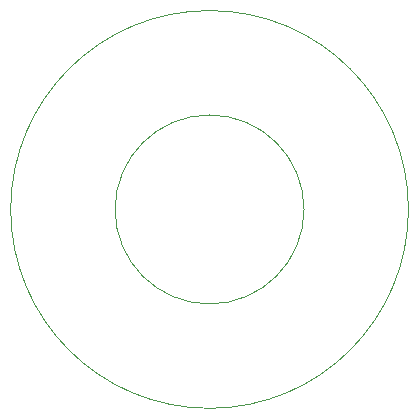
<source format=gbr>
%TF.GenerationSoftware,KiCad,Pcbnew,7.0.5*%
%TF.CreationDate,2024-03-22T00:08:30+08:00*%
%TF.ProjectId,joy-con,6a6f792d-636f-46e2-9e6b-696361645f70,rev?*%
%TF.SameCoordinates,Original*%
%TF.FileFunction,Profile,NP*%
%FSLAX46Y46*%
G04 Gerber Fmt 4.6, Leading zero omitted, Abs format (unit mm)*
G04 Created by KiCad (PCBNEW 7.0.5) date 2024-03-22 00:08:30*
%MOMM*%
%LPD*%
G01*
G04 APERTURE LIST*
%TA.AperFunction,Profile*%
%ADD10C,0.120000*%
%TD*%
G04 APERTURE END LIST*
D10*
%TO.C,K26*%
X87577676Y-58990631D02*
G75*
G03*
X87577676Y-58990631I-8000000J0D01*
G01*
X96415656Y-58990631D02*
G75*
G03*
X96415656Y-58990631I-16837980J0D01*
G01*
%TD*%
M02*

</source>
